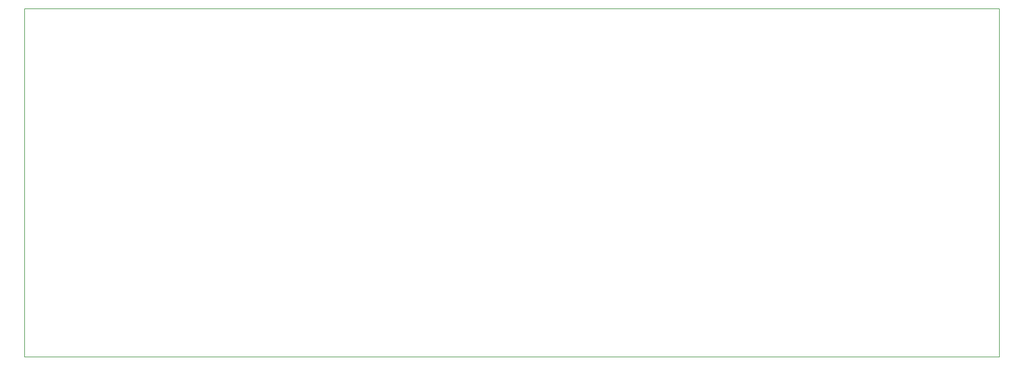
<source format=gbr>
G04 DipTrace 2.3.0.1*
%INBoardOutline.gbr*%
%MOIN*%
%ADD11C,0.0055*%
%FSLAX44Y44*%
G04*
G70*
G90*
G75*
G01*
%LNBoardOutline*%
%LPD*%
X0Y0D2*
D11*
X111000D1*
Y39705D1*
X0D1*
Y0D1*
M02*

</source>
